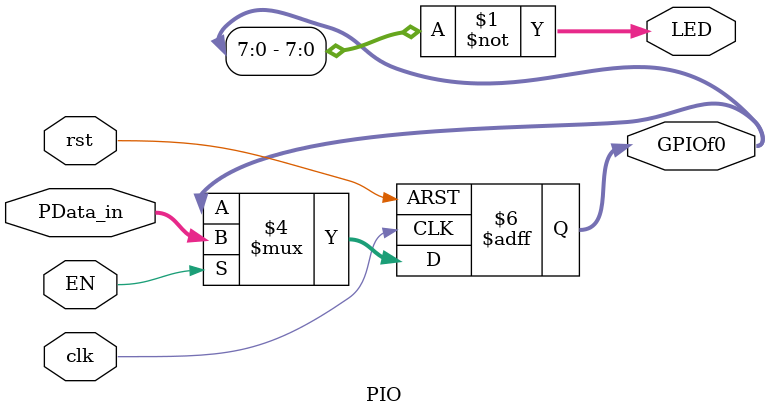
<source format=v>
`timescale 1ns / 1ps
module PIO(input wire clk,
           input wire rst,
			  input wire EN,
			  input wire [31:0] PData_in,
			  output wire[7:0] LED,
			  output reg [31:0]GPIOf0
    );
	assign LED=~GPIOf0[7:0];
	
	always@(negedge clk or posedge rst)begin
	    if(rst)GPIOf0<= 32'b00000000;
		 else if(EN) GPIOf0<=PData_in;
		      else   GPIOf0<=GPIOf0;
	end


endmodule

</source>
